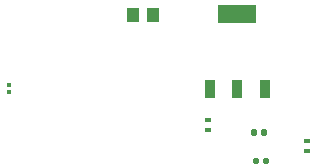
<source format=gbr>
G04 EAGLE Gerber X2 export*
%TF.Part,Single*%
%TF.FileFunction,Paste,Top*%
%TF.FilePolarity,Positive*%
%TF.GenerationSoftware,Autodesk,EAGLE,8.6.3*%
%TF.CreationDate,2019-05-08T22:38:58Z*%
G75*
%MOMM*%
%FSLAX34Y34*%
%LPD*%
%AMOC8*
5,1,8,0,0,1.08239X$1,22.5*%
G01*
%ADD10C,0.286200*%
%ADD11R,1.100000X1.250000*%
%ADD12R,0.600000X0.400000*%
%ADD13R,0.300000X0.400000*%
%ADD14R,0.889000X1.625600*%
%ADD15R,3.175000X1.625600*%


D10*
X315031Y110031D02*
X315031Y113169D01*
X317569Y113169D01*
X317569Y110031D01*
X315031Y110031D01*
X315031Y112892D02*
X317569Y112892D01*
X306431Y113169D02*
X306431Y110031D01*
X306431Y113169D02*
X308969Y113169D01*
X308969Y110031D01*
X306431Y110031D01*
X306431Y112892D02*
X308969Y112892D01*
X316531Y89169D02*
X316531Y86031D01*
X316531Y89169D02*
X319069Y89169D01*
X319069Y86031D01*
X316531Y86031D01*
X316531Y88892D02*
X319069Y88892D01*
X307931Y89169D02*
X307931Y86031D01*
X307931Y89169D02*
X310469Y89169D01*
X310469Y86031D01*
X307931Y86031D01*
X307931Y88892D02*
X310469Y88892D01*
D11*
X222700Y210800D03*
X205700Y210800D03*
D12*
X353200Y96000D03*
X353200Y104000D03*
X268800Y121700D03*
X268800Y113700D03*
D13*
X100900Y151500D03*
X100900Y145500D03*
D14*
X270886Y147996D03*
X294000Y147996D03*
X317114Y147996D03*
D15*
X294000Y212004D03*
M02*

</source>
